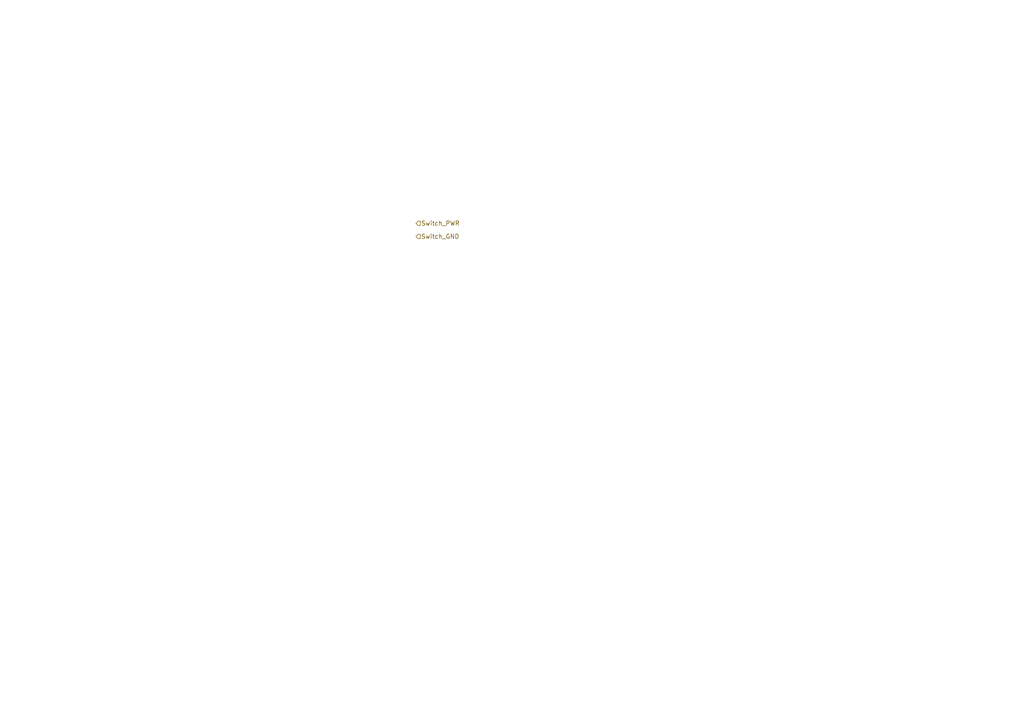
<source format=kicad_sch>
(kicad_sch (version 20230121) (generator eeschema)
  (paper "A4")
  (lib_symbols)
  (hierarchical_label "Switch_PWR" (shape input) (at 120.65 64.77 0))
  (hierarchical_label "Switch_GND" (shape input) (at 120.65 68.58 0))
)
</source>
